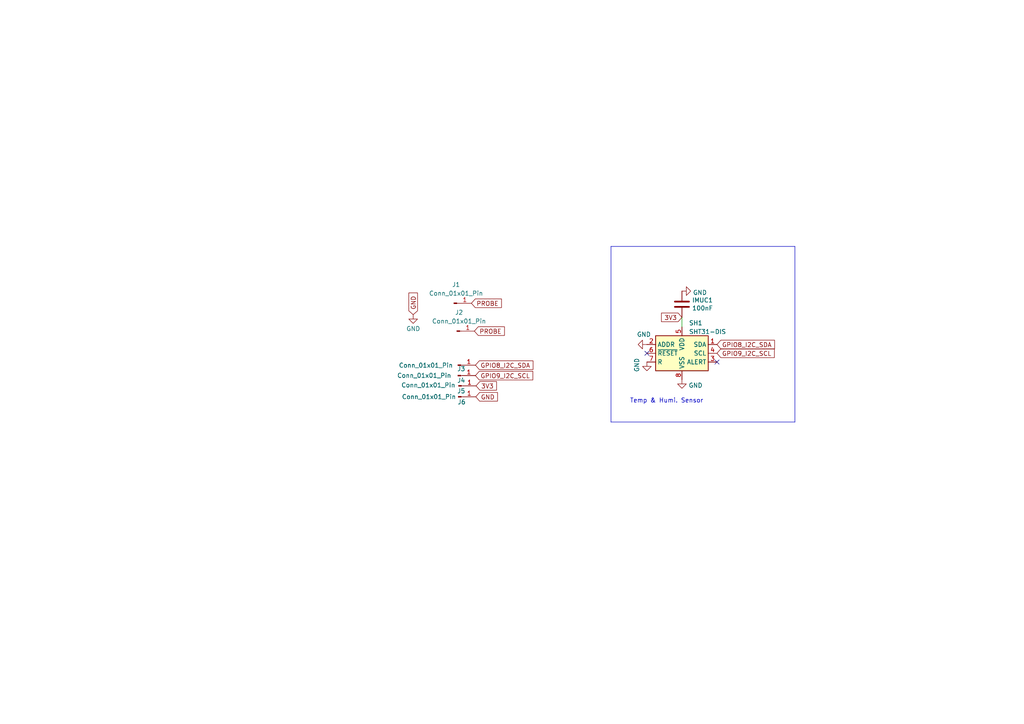
<source format=kicad_sch>
(kicad_sch (version 20230121) (generator eeschema)

  (uuid 9214748f-faa1-4cf0-90fa-79fd3b43b169)

  (paper "A4")

  (lib_symbols
    (symbol "Connector:Conn_01x01_Pin" (pin_names (offset 1.016) hide) (in_bom yes) (on_board yes)
      (property "Reference" "J" (at 0 2.54 0)
        (effects (font (size 1.27 1.27)))
      )
      (property "Value" "Conn_01x01_Pin" (at 0 -2.54 0)
        (effects (font (size 1.27 1.27)))
      )
      (property "Footprint" "" (at 0 0 0)
        (effects (font (size 1.27 1.27)) hide)
      )
      (property "Datasheet" "~" (at 0 0 0)
        (effects (font (size 1.27 1.27)) hide)
      )
      (property "ki_locked" "" (at 0 0 0)
        (effects (font (size 1.27 1.27)))
      )
      (property "ki_keywords" "connector" (at 0 0 0)
        (effects (font (size 1.27 1.27)) hide)
      )
      (property "ki_description" "Generic connector, single row, 01x01, script generated" (at 0 0 0)
        (effects (font (size 1.27 1.27)) hide)
      )
      (property "ki_fp_filters" "Connector*:*_1x??_*" (at 0 0 0)
        (effects (font (size 1.27 1.27)) hide)
      )
      (symbol "Conn_01x01_Pin_1_1"
        (polyline
          (pts
            (xy 1.27 0)
            (xy 0.8636 0)
          )
          (stroke (width 0.1524) (type default))
          (fill (type none))
        )
        (rectangle (start 0.8636 0.127) (end 0 -0.127)
          (stroke (width 0.1524) (type default))
          (fill (type outline))
        )
        (pin passive line (at 5.08 0 180) (length 3.81)
          (name "Pin_1" (effects (font (size 1.27 1.27))))
          (number "1" (effects (font (size 1.27 1.27))))
        )
      )
    )
    (symbol "Device:C" (pin_numbers hide) (pin_names (offset 0.254)) (in_bom yes) (on_board yes)
      (property "Reference" "C" (at 0.635 2.54 0)
        (effects (font (size 1.27 1.27)) (justify left))
      )
      (property "Value" "C" (at 0.635 -2.54 0)
        (effects (font (size 1.27 1.27)) (justify left))
      )
      (property "Footprint" "" (at 0.9652 -3.81 0)
        (effects (font (size 1.27 1.27)) hide)
      )
      (property "Datasheet" "~" (at 0 0 0)
        (effects (font (size 1.27 1.27)) hide)
      )
      (property "ki_keywords" "cap capacitor" (at 0 0 0)
        (effects (font (size 1.27 1.27)) hide)
      )
      (property "ki_description" "Unpolarized capacitor" (at 0 0 0)
        (effects (font (size 1.27 1.27)) hide)
      )
      (property "ki_fp_filters" "C_*" (at 0 0 0)
        (effects (font (size 1.27 1.27)) hide)
      )
      (symbol "C_0_1"
        (polyline
          (pts
            (xy -2.032 -0.762)
            (xy 2.032 -0.762)
          )
          (stroke (width 0.508) (type default))
          (fill (type none))
        )
        (polyline
          (pts
            (xy -2.032 0.762)
            (xy 2.032 0.762)
          )
          (stroke (width 0.508) (type default))
          (fill (type none))
        )
      )
      (symbol "C_1_1"
        (pin passive line (at 0 3.81 270) (length 2.794)
          (name "~" (effects (font (size 1.27 1.27))))
          (number "1" (effects (font (size 1.27 1.27))))
        )
        (pin passive line (at 0 -3.81 90) (length 2.794)
          (name "~" (effects (font (size 1.27 1.27))))
          (number "2" (effects (font (size 1.27 1.27))))
        )
      )
    )
    (symbol "Sensor_Humidity:SHT31-DIS" (in_bom yes) (on_board yes)
      (property "Reference" "U" (at -6.35 6.35 0)
        (effects (font (size 1.27 1.27)))
      )
      (property "Value" "SHT31-DIS" (at 6.35 6.35 0)
        (effects (font (size 1.27 1.27)))
      )
      (property "Footprint" "Sensor_Humidity:Sensirion_DFN-8-1EP_2.5x2.5mm_P0.5mm_EP1.1x1.7mm" (at 0 1.27 0)
        (effects (font (size 1.27 1.27)) hide)
      )
      (property "Datasheet" "https://www.sensirion.com/fileadmin/user_upload/customers/sensirion/Dokumente/2_Humidity_Sensors/Datasheets/Sensirion_Humidity_Sensors_SHT3x_Datasheet_digital.pdf" (at 0 1.27 0)
        (effects (font (size 1.27 1.27)) hide)
      )
      (property "ki_keywords" "digital temperature humidity i2c" (at 0 0 0)
        (effects (font (size 1.27 1.27)) hide)
      )
      (property "ki_description" "I²C humidity and temperature sensor, ±2%RH, ±0.2°C, DFN-8" (at 0 0 0)
        (effects (font (size 1.27 1.27)) hide)
      )
      (property "ki_fp_filters" "Sensirion*DFN*1EP*2.5x2.5mm*P0.5mm*" (at 0 0 0)
        (effects (font (size 1.27 1.27)) hide)
      )
      (symbol "SHT31-DIS_0_1"
        (rectangle (start -7.62 5.08) (end 7.62 -5.08)
          (stroke (width 0.254) (type default))
          (fill (type background))
        )
      )
      (symbol "SHT31-DIS_1_1"
        (pin bidirectional line (at 10.16 2.54 180) (length 2.54)
          (name "SDA" (effects (font (size 1.27 1.27))))
          (number "1" (effects (font (size 1.27 1.27))))
        )
        (pin input line (at -10.16 2.54 0) (length 2.54)
          (name "ADDR" (effects (font (size 1.27 1.27))))
          (number "2" (effects (font (size 1.27 1.27))))
        )
        (pin output line (at 10.16 -2.54 180) (length 2.54)
          (name "ALERT" (effects (font (size 1.27 1.27))))
          (number "3" (effects (font (size 1.27 1.27))))
        )
        (pin input line (at 10.16 0 180) (length 2.54)
          (name "SCL" (effects (font (size 1.27 1.27))))
          (number "4" (effects (font (size 1.27 1.27))))
        )
        (pin power_in line (at 0 7.62 270) (length 2.54)
          (name "VDD" (effects (font (size 1.27 1.27))))
          (number "5" (effects (font (size 1.27 1.27))))
        )
        (pin input line (at -10.16 0 0) (length 2.54)
          (name "~{RESET}" (effects (font (size 1.27 1.27))))
          (number "6" (effects (font (size 1.27 1.27))))
        )
        (pin passive line (at -10.16 -2.54 0) (length 2.54)
          (name "R" (effects (font (size 1.27 1.27))))
          (number "7" (effects (font (size 1.27 1.27))))
        )
        (pin power_in line (at 0 -7.62 90) (length 2.54)
          (name "VSS" (effects (font (size 1.27 1.27))))
          (number "8" (effects (font (size 1.27 1.27))))
        )
        (pin passive line (at 0 -7.62 90) (length 2.54) hide
          (name "VSS" (effects (font (size 1.27 1.27))))
          (number "9" (effects (font (size 1.27 1.27))))
        )
      )
    )
    (symbol "power:GND" (power) (pin_names (offset 0)) (in_bom yes) (on_board yes)
      (property "Reference" "#PWR" (at 0 -6.35 0)
        (effects (font (size 1.27 1.27)) hide)
      )
      (property "Value" "GND" (at 0 -3.81 0)
        (effects (font (size 1.27 1.27)))
      )
      (property "Footprint" "" (at 0 0 0)
        (effects (font (size 1.27 1.27)) hide)
      )
      (property "Datasheet" "" (at 0 0 0)
        (effects (font (size 1.27 1.27)) hide)
      )
      (property "ki_keywords" "global power" (at 0 0 0)
        (effects (font (size 1.27 1.27)) hide)
      )
      (property "ki_description" "Power symbol creates a global label with name \"GND\" , ground" (at 0 0 0)
        (effects (font (size 1.27 1.27)) hide)
      )
      (symbol "GND_0_1"
        (polyline
          (pts
            (xy 0 0)
            (xy 0 -1.27)
            (xy 1.27 -1.27)
            (xy 0 -2.54)
            (xy -1.27 -1.27)
            (xy 0 -1.27)
          )
          (stroke (width 0) (type default))
          (fill (type none))
        )
      )
      (symbol "GND_1_1"
        (pin power_in line (at 0 0 270) (length 0) hide
          (name "GND" (effects (font (size 1.27 1.27))))
          (number "1" (effects (font (size 1.27 1.27))))
        )
      )
    )
  )


  (no_connect (at 187.6298 102.4636) (uuid 0709ea8e-c24b-4338-bd58-897ac4d2b1df))
  (no_connect (at 207.9498 105.0036) (uuid cff6ed74-1101-42a5-ba12-1058bfa3613c))

  (wire (pts (xy 197.7898 92.0496) (xy 197.7898 94.8436))
    (stroke (width 0) (type default))
    (uuid 05b4165f-6154-45a6-975e-6388d4d8f0ae)
  )
  (polyline (pts (xy 177.2158 122.4026) (xy 177.2158 71.4756))
    (stroke (width 0) (type default))
    (uuid 68ff5714-3c82-405c-90f0-b782c0117bff)
  )
  (polyline (pts (xy 177.2158 122.4026) (xy 230.5558 122.4026))
    (stroke (width 0) (type default))
    (uuid 7f69d8ed-c2a4-4006-af92-b424650b882c)
  )
  (polyline (pts (xy 230.5558 71.4756) (xy 230.5558 122.4026))
    (stroke (width 0) (type default))
    (uuid a5a22694-d592-4aff-b00e-ab26f5ee0686)
  )
  (polyline (pts (xy 177.2158 71.4756) (xy 230.5558 71.4756))
    (stroke (width 0) (type default))
    (uuid e0571bec-5eb2-4e0b-a1f1-1932eaa7dad2)
  )

  (text "Temp & Humi. Sensor" (at 182.6768 117.0686 0)
    (effects (font (size 1.27 1.27)) (justify left bottom))
    (uuid 50060c21-7363-4f63-80c8-731c0c49d0b0)
  )

  (global_label "GPIO8_I2C_SDA" (shape input) (at 137.8966 105.918 0) (fields_autoplaced)
    (effects (font (size 1.27 1.27)) (justify left))
    (uuid 028b238e-349b-4af9-b29c-1e1147c8ea4c)
    (property "Intersheetrefs" "${INTERSHEET_REFS}" (at 154.5821 105.9974 0)
      (effects (font (size 1.27 1.27)) (justify left) hide)
    )
  )
  (global_label "GPIO9_I2C_SCL" (shape input) (at 207.9498 102.4636 0) (fields_autoplaced)
    (effects (font (size 1.27 1.27)) (justify left))
    (uuid 143368ce-ad76-4fe0-ab15-d60fc6ff8ac7)
    (property "Intersheetrefs" "${INTERSHEET_REFS}" (at 224.5748 102.543 0)
      (effects (font (size 1.27 1.27)) (justify left) hide)
    )
  )
  (global_label "GND" (shape input) (at 137.9982 115.0874 0) (fields_autoplaced)
    (effects (font (size 1.27 1.27)) (justify left))
    (uuid 1a4343fb-58a1-4f1f-a4a2-b47b60ad06e5)
    (property "Intersheetrefs" "${INTERSHEET_REFS}" (at 144.8539 115.0874 0)
      (effects (font (size 1.27 1.27)) (justify left) hide)
    )
  )
  (global_label "GND" (shape input) (at 119.8372 91.2622 90) (fields_autoplaced)
    (effects (font (size 1.27 1.27)) (justify left))
    (uuid 1e400e23-855b-4cd5-923d-6382572e202d)
    (property "Intersheetrefs" "${INTERSHEET_REFS}" (at 119.8372 84.4065 90)
      (effects (font (size 1.27 1.27)) (justify left) hide)
    )
  )
  (global_label "3V3" (shape input) (at 138.0744 111.9124 0) (fields_autoplaced)
    (effects (font (size 1.27 1.27)) (justify left))
    (uuid 5de967cf-c7ce-430e-a318-211dade3898b)
    (property "Intersheetrefs" "${INTERSHEET_REFS}" (at 144.5672 111.9124 0)
      (effects (font (size 1.27 1.27)) (justify left) hide)
    )
  )
  (global_label "GPIO8_I2C_SDA" (shape input) (at 207.9498 99.9236 0) (fields_autoplaced)
    (effects (font (size 1.27 1.27)) (justify left))
    (uuid 78b4969b-3eed-4818-9f29-e6bf19a8cc11)
    (property "Intersheetrefs" "${INTERSHEET_REFS}" (at 224.6353 100.003 0)
      (effects (font (size 1.27 1.27)) (justify left) hide)
    )
  )
  (global_label "GPIO9_I2C_SCL" (shape input) (at 137.8966 108.9406 0) (fields_autoplaced)
    (effects (font (size 1.27 1.27)) (justify left))
    (uuid a019a629-8645-48ce-a543-3fcab475b163)
    (property "Intersheetrefs" "${INTERSHEET_REFS}" (at 154.5216 109.02 0)
      (effects (font (size 1.27 1.27)) (justify left) hide)
    )
  )
  (global_label "PROBE" (shape input) (at 137.5918 96.0374 0) (fields_autoplaced)
    (effects (font (size 1.27 1.27)) (justify left))
    (uuid cf7476eb-c931-45e8-8aa4-bf8e99b8cb5e)
    (property "Intersheetrefs" "${INTERSHEET_REFS}" (at 146.8665 96.0374 0)
      (effects (font (size 1.27 1.27)) (justify left) hide)
    )
  )
  (global_label "3V3" (shape input) (at 197.7898 92.0496 180) (fields_autoplaced)
    (effects (font (size 1.27 1.27)) (justify right))
    (uuid e049cf13-9473-42f3-9684-bb54e8181328)
    (property "Intersheetrefs" "${INTERSHEET_REFS}" (at 191.8691 91.9702 0)
      (effects (font (size 1.27 1.27)) (justify right) hide)
    )
  )
  (global_label "PROBE" (shape input) (at 136.7282 87.9602 0) (fields_autoplaced)
    (effects (font (size 1.27 1.27)) (justify left))
    (uuid f4bbd0da-3e8d-42d3-9204-c8f8c877372d)
    (property "Intersheetrefs" "${INTERSHEET_REFS}" (at 146.0029 87.9602 0)
      (effects (font (size 1.27 1.27)) (justify left) hide)
    )
  )

  (symbol (lib_id "power:GND") (at 187.6298 99.9236 270) (mirror x) (unit 1)
    (in_bom yes) (on_board yes) (dnp no)
    (uuid 32efc4b0-bc73-44e2-a391-7cd6850abc1c)
    (property "Reference" "#PWR02" (at 181.2798 99.9236 0)
      (effects (font (size 1.27 1.27)) hide)
    )
    (property "Value" "GND" (at 184.7088 97.0026 90)
      (effects (font (size 1.27 1.27)) (justify left))
    )
    (property "Footprint" "" (at 187.6298 99.9236 0)
      (effects (font (size 1.27 1.27)) hide)
    )
    (property "Datasheet" "" (at 187.6298 99.9236 0)
      (effects (font (size 1.27 1.27)) hide)
    )
    (pin "1" (uuid bd642727-3844-469b-8e38-a5562ed090f5))
    (instances
      (project "100mm_capacitive_probe"
        (path "/9214748f-faa1-4cf0-90fa-79fd3b43b169"
          (reference "#PWR02") (unit 1)
        )
      )
      (project "esp32_soil_moisture_sensor"
        (path "/c10be548-987f-4453-aa98-77901492af2e"
          (reference "#PWR0131") (unit 1)
        )
      )
    )
  )

  (symbol (lib_id "Connector:Conn_01x01_Pin") (at 132.8166 105.918 0) (unit 1)
    (in_bom yes) (on_board yes) (dnp no)
    (uuid 4257514d-4d4a-466e-9714-c08d89225080)
    (property "Reference" "J3" (at 133.7818 106.9848 0)
      (effects (font (size 1.27 1.27)))
    )
    (property "Value" "Conn_01x01_Pin" (at 123.5202 105.9688 0)
      (effects (font (size 1.27 1.27)))
    )
    (property "Footprint" "TestPoint:TestPoint_Pad_1.0x1.0mm" (at 132.8166 105.918 0)
      (effects (font (size 1.27 1.27)) hide)
    )
    (property "Datasheet" "~" (at 132.8166 105.918 0)
      (effects (font (size 1.27 1.27)) hide)
    )
    (pin "1" (uuid 593fa2ec-ea40-4580-a380-2627d7e18493))
    (instances
      (project "100mm_capacitive_probe"
        (path "/9214748f-faa1-4cf0-90fa-79fd3b43b169"
          (reference "J3") (unit 1)
        )
      )
    )
  )

  (symbol (lib_id "Connector:Conn_01x01_Pin") (at 132.9182 115.0874 0) (unit 1)
    (in_bom yes) (on_board yes) (dnp no)
    (uuid 4561d3d1-ade0-4aec-9d72-15668f8d0d2a)
    (property "Reference" "J6" (at 133.9088 116.6114 0)
      (effects (font (size 1.27 1.27)))
    )
    (property "Value" "Conn_01x01_Pin" (at 124.4092 115.0874 0)
      (effects (font (size 1.27 1.27)))
    )
    (property "Footprint" "TestPoint:TestPoint_Pad_1.0x1.0mm" (at 132.9182 115.0874 0)
      (effects (font (size 1.27 1.27)) hide)
    )
    (property "Datasheet" "~" (at 132.9182 115.0874 0)
      (effects (font (size 1.27 1.27)) hide)
    )
    (pin "1" (uuid 45f9849e-4992-472e-abc2-d5d031ebe5d8))
    (instances
      (project "100mm_capacitive_probe"
        (path "/9214748f-faa1-4cf0-90fa-79fd3b43b169"
          (reference "J6") (unit 1)
        )
      )
    )
  )

  (symbol (lib_id "power:GND") (at 197.7898 84.4296 90) (unit 1)
    (in_bom yes) (on_board yes) (dnp no) (fields_autoplaced)
    (uuid 5700dac0-681e-4741-a09d-932a8ab0f2e2)
    (property "Reference" "#PWR04" (at 204.1398 84.4296 0)
      (effects (font (size 1.27 1.27)) hide)
    )
    (property "Value" "GND" (at 200.9648 84.8634 90)
      (effects (font (size 1.27 1.27)) (justify right))
    )
    (property "Footprint" "" (at 197.7898 84.4296 0)
      (effects (font (size 1.27 1.27)) hide)
    )
    (property "Datasheet" "" (at 197.7898 84.4296 0)
      (effects (font (size 1.27 1.27)) hide)
    )
    (pin "1" (uuid 612b7a16-ad41-41d6-8a4f-27e1d60c65df))
    (instances
      (project "100mm_capacitive_probe"
        (path "/9214748f-faa1-4cf0-90fa-79fd3b43b169"
          (reference "#PWR04") (unit 1)
        )
      )
      (project "esp32_soil_moisture_sensor"
        (path "/c10be548-987f-4453-aa98-77901492af2e"
          (reference "#PWR0132") (unit 1)
        )
      )
    )
  )

  (symbol (lib_id "Connector:Conn_01x01_Pin") (at 132.9944 111.9124 0) (unit 1)
    (in_bom yes) (on_board yes) (dnp no)
    (uuid 5b67d9a4-6b21-4b4e-b7ee-dae23e78d454)
    (property "Reference" "J5" (at 133.7818 113.411 0)
      (effects (font (size 1.27 1.27)))
    )
    (property "Value" "Conn_01x01_Pin" (at 124.2314 111.7092 0)
      (effects (font (size 1.27 1.27)))
    )
    (property "Footprint" "TestPoint:TestPoint_Pad_1.0x1.0mm" (at 132.9944 111.9124 0)
      (effects (font (size 1.27 1.27)) hide)
    )
    (property "Datasheet" "~" (at 132.9944 111.9124 0)
      (effects (font (size 1.27 1.27)) hide)
    )
    (pin "1" (uuid 3468b8c7-244d-4bad-b25c-d488086208d7))
    (instances
      (project "100mm_capacitive_probe"
        (path "/9214748f-faa1-4cf0-90fa-79fd3b43b169"
          (reference "J5") (unit 1)
        )
      )
    )
  )

  (symbol (lib_id "Device:C") (at 197.7898 88.2396 0) (unit 1)
    (in_bom yes) (on_board yes) (dnp no)
    (uuid 858737eb-7970-414f-a4d2-72344f95fe41)
    (property "Reference" "IMUC1" (at 200.7108 87.0712 0)
      (effects (font (size 1.27 1.27)) (justify left))
    )
    (property "Value" "100nF" (at 200.7108 89.3826 0)
      (effects (font (size 1.27 1.27)) (justify left))
    )
    (property "Footprint" "Capacitor_SMD:C_0603_1608Metric" (at 198.755 92.0496 0)
      (effects (font (size 1.27 1.27)) hide)
    )
    (property "Datasheet" "~" (at 197.7898 88.2396 0)
      (effects (font (size 1.27 1.27)) hide)
    )
    (pin "1" (uuid 431d1b2c-259e-4b4c-b431-e0c2ef6a9ace))
    (pin "2" (uuid fa0fe02b-0950-43d3-a1e8-e75ae7d97ebd))
    (instances
      (project "100mm_capacitive_probe"
        (path "/9214748f-faa1-4cf0-90fa-79fd3b43b169"
          (reference "IMUC1") (unit 1)
        )
      )
      (project "esp32_soil_moisture_sensor"
        (path "/c10be548-987f-4453-aa98-77901492af2e"
          (reference "IMUC2") (unit 1)
        )
      )
    )
  )

  (symbol (lib_id "Connector:Conn_01x01_Pin") (at 132.5118 96.0374 0) (unit 1)
    (in_bom yes) (on_board yes) (dnp no) (fields_autoplaced)
    (uuid 95f13827-8b41-4079-8430-80cfddc50970)
    (property "Reference" "J2" (at 133.1468 90.6272 0)
      (effects (font (size 1.27 1.27)))
    )
    (property "Value" "Conn_01x01_Pin" (at 133.1468 93.1672 0)
      (effects (font (size 1.27 1.27)))
    )
    (property "Footprint" "TestPoint:TestPoint_Pad_1.5x1.5mm" (at 132.5118 96.0374 0)
      (effects (font (size 1.27 1.27)) hide)
    )
    (property "Datasheet" "~" (at 132.5118 96.0374 0)
      (effects (font (size 1.27 1.27)) hide)
    )
    (pin "1" (uuid 41d82872-2074-4c04-9bf0-5093c7f1f9bc))
    (instances
      (project "100mm_capacitive_probe"
        (path "/9214748f-faa1-4cf0-90fa-79fd3b43b169"
          (reference "J2") (unit 1)
        )
      )
    )
  )

  (symbol (lib_id "Sensor_Humidity:SHT31-DIS") (at 197.7898 102.4636 0) (unit 1)
    (in_bom yes) (on_board yes) (dnp no) (fields_autoplaced)
    (uuid ba5ca037-67f5-42cc-971e-755a0d79cb15)
    (property "Reference" "SH1" (at 199.8092 93.6838 0)
      (effects (font (size 1.27 1.27)) (justify left))
    )
    (property "Value" "SHT31-DIS" (at 199.8092 96.2207 0)
      (effects (font (size 1.27 1.27)) (justify left))
    )
    (property "Footprint" "AeonLabs_Sensors:Sensirion_DFN-8-1EP_2.5x2.5mm_P0.5mm_EP1.1x1.7mm" (at 197.7898 101.1936 0)
      (effects (font (size 1.27 1.27)) hide)
    )
    (property "Datasheet" "https://www.sensirion.com/fileadmin/user_upload/customers/sensirion/Dokumente/2_Humidity_Sensors/Datasheets/Sensirion_Humidity_Sensors_SHT3x_Datasheet_digital.pdf" (at 197.7898 101.1936 0)
      (effects (font (size 1.27 1.27)) hide)
    )
    (pin "1" (uuid a9b908ae-e99f-42c1-a1e4-ae3ffeb94661))
    (pin "2" (uuid e1f366ba-5374-4360-8a1a-b6b642dde064))
    (pin "3" (uuid d59838e5-0edf-4303-ad9f-63d0593c4674))
    (pin "4" (uuid fdb8f211-7a4e-4326-9a7a-c4915cc6190c))
    (pin "5" (uuid 24de721c-f774-442f-ab38-1df2f214a229))
    (pin "6" (uuid f906b319-9732-4970-b1ef-ce51f24719b4))
    (pin "7" (uuid 41a2cda1-de62-4509-aeeb-197ad726e99f))
    (pin "8" (uuid 4d7be127-4dfb-4d8a-9f6b-eae333644b86))
    (pin "9" (uuid cb77dd85-bea4-400c-b65f-9dc9ff845b79))
    (instances
      (project "100mm_capacitive_probe"
        (path "/9214748f-faa1-4cf0-90fa-79fd3b43b169"
          (reference "SH1") (unit 1)
        )
      )
      (project "esp32_soil_moisture_sensor"
        (path "/c10be548-987f-4453-aa98-77901492af2e"
          (reference "SH1") (unit 1)
        )
      )
    )
  )

  (symbol (lib_id "Connector:Conn_01x01_Pin") (at 132.8166 108.9406 0) (unit 1)
    (in_bom yes) (on_board yes) (dnp no)
    (uuid d251b537-ed7e-4083-9097-2782f7a595af)
    (property "Reference" "J4" (at 133.7818 110.3376 0)
      (effects (font (size 1.27 1.27)))
    )
    (property "Value" "Conn_01x01_Pin" (at 123.0376 108.9152 0)
      (effects (font (size 1.27 1.27)))
    )
    (property "Footprint" "TestPoint:TestPoint_Pad_1.0x1.0mm" (at 132.8166 108.9406 0)
      (effects (font (size 1.27 1.27)) hide)
    )
    (property "Datasheet" "~" (at 132.8166 108.9406 0)
      (effects (font (size 1.27 1.27)) hide)
    )
    (pin "1" (uuid 0854d3c4-1dae-4b83-a58b-b0a252e1d0b7))
    (instances
      (project "100mm_capacitive_probe"
        (path "/9214748f-faa1-4cf0-90fa-79fd3b43b169"
          (reference "J4") (unit 1)
        )
      )
    )
  )

  (symbol (lib_id "power:GND") (at 119.8372 91.2622 0) (unit 1)
    (in_bom yes) (on_board yes) (dnp no)
    (uuid d87dc2ff-4abf-4942-89b0-e409c0d86aae)
    (property "Reference" "#PWR01" (at 119.8372 97.6122 0)
      (effects (font (size 1.27 1.27)) hide)
    )
    (property "Value" "GND" (at 119.8626 95.3516 0)
      (effects (font (size 1.27 1.27)))
    )
    (property "Footprint" "" (at 119.8372 91.2622 0)
      (effects (font (size 1.27 1.27)) hide)
    )
    (property "Datasheet" "" (at 119.8372 91.2622 0)
      (effects (font (size 1.27 1.27)) hide)
    )
    (pin "1" (uuid db8c1350-48bd-4ad4-a6c2-67fe7daed22a))
    (instances
      (project "100mm_capacitive_probe"
        (path "/9214748f-faa1-4cf0-90fa-79fd3b43b169"
          (reference "#PWR01") (unit 1)
        )
      )
    )
  )

  (symbol (lib_id "power:GND") (at 197.7898 110.0836 0) (unit 1)
    (in_bom yes) (on_board yes) (dnp no) (fields_autoplaced)
    (uuid db973398-a1cc-4e63-9252-a1bbdaf9adbd)
    (property "Reference" "#PWR05" (at 197.7898 116.4336 0)
      (effects (font (size 1.27 1.27)) hide)
    )
    (property "Value" "GND" (at 199.6948 111.7874 0)
      (effects (font (size 1.27 1.27)) (justify left))
    )
    (property "Footprint" "" (at 197.7898 110.0836 0)
      (effects (font (size 1.27 1.27)) hide)
    )
    (property "Datasheet" "" (at 197.7898 110.0836 0)
      (effects (font (size 1.27 1.27)) hide)
    )
    (pin "1" (uuid 330e29c1-bb2d-4b1c-8e14-6da82b2905c9))
    (instances
      (project "100mm_capacitive_probe"
        (path "/9214748f-faa1-4cf0-90fa-79fd3b43b169"
          (reference "#PWR05") (unit 1)
        )
      )
      (project "esp32_soil_moisture_sensor"
        (path "/c10be548-987f-4453-aa98-77901492af2e"
          (reference "#PWR0130") (unit 1)
        )
      )
    )
  )

  (symbol (lib_id "Connector:Conn_01x01_Pin") (at 131.6482 87.9602 0) (unit 1)
    (in_bom yes) (on_board yes) (dnp no) (fields_autoplaced)
    (uuid deff0ef8-b202-499f-a24a-e546f48ed2fd)
    (property "Reference" "J1" (at 132.2832 82.55 0)
      (effects (font (size 1.27 1.27)))
    )
    (property "Value" "Conn_01x01_Pin" (at 132.2832 85.09 0)
      (effects (font (size 1.27 1.27)))
    )
    (property "Footprint" "TestPoint:TestPoint_Pad_1.5x1.5mm" (at 131.6482 87.9602 0)
      (effects (font (size 1.27 1.27)) hide)
    )
    (property "Datasheet" "~" (at 131.6482 87.9602 0)
      (effects (font (size 1.27 1.27)) hide)
    )
    (pin "1" (uuid be7cc2c6-4f73-4a8c-aac3-a18da6598c85))
    (instances
      (project "100mm_capacitive_probe"
        (path "/9214748f-faa1-4cf0-90fa-79fd3b43b169"
          (reference "J1") (unit 1)
        )
      )
    )
  )

  (symbol (lib_id "power:GND") (at 187.6298 105.0036 0) (mirror y) (unit 1)
    (in_bom yes) (on_board yes) (dnp no)
    (uuid fa1b1cda-35a0-4739-82e9-12786bfce3a7)
    (property "Reference" "#PWR03" (at 187.6298 111.3536 0)
      (effects (font (size 1.27 1.27)) hide)
    )
    (property "Value" "GND" (at 184.7088 107.9246 90)
      (effects (font (size 1.27 1.27)) (justify left))
    )
    (property "Footprint" "" (at 187.6298 105.0036 0)
      (effects (font (size 1.27 1.27)) hide)
    )
    (property "Datasheet" "" (at 187.6298 105.0036 0)
      (effects (font (size 1.27 1.27)) hide)
    )
    (pin "1" (uuid 24bba54d-c728-450e-acbf-719a2ab061d8))
    (instances
      (project "100mm_capacitive_probe"
        (path "/9214748f-faa1-4cf0-90fa-79fd3b43b169"
          (reference "#PWR03") (unit 1)
        )
      )
      (project "esp32_soil_moisture_sensor"
        (path "/c10be548-987f-4453-aa98-77901492af2e"
          (reference "#PWR0159") (unit 1)
        )
      )
    )
  )

  (sheet_instances
    (path "/" (page "1"))
  )
)

</source>
